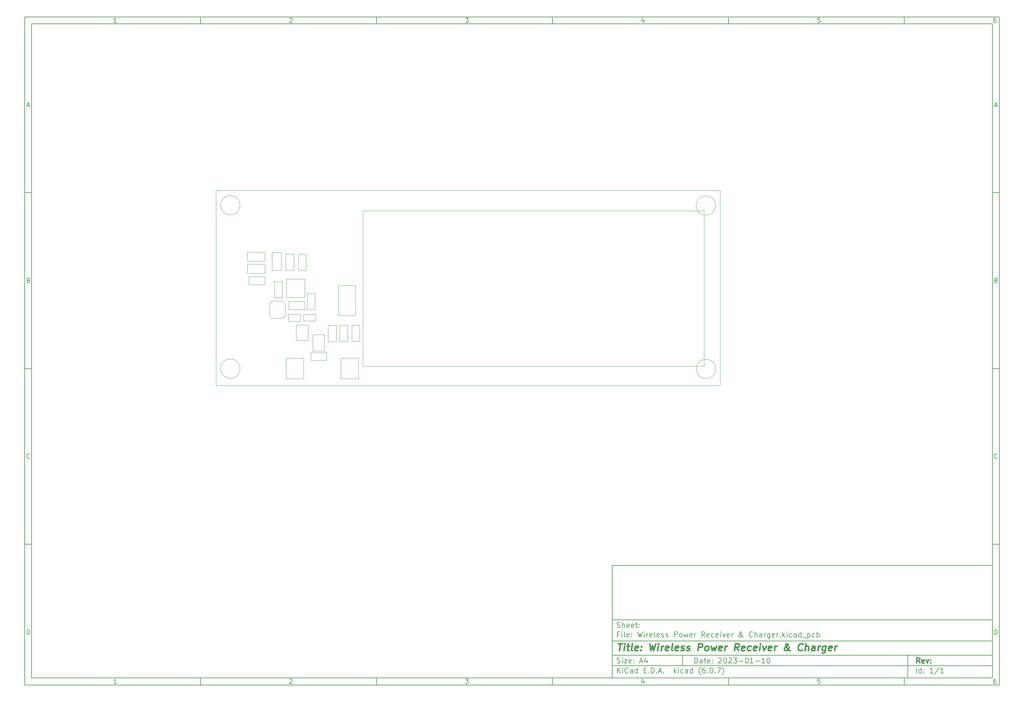
<source format=gbr>
%TF.GenerationSoftware,KiCad,Pcbnew,(6.0.7)*%
%TF.CreationDate,2023-01-12T19:29:26+03:00*%
%TF.ProjectId,Wireless Power Receiver & Charger,57697265-6c65-4737-9320-506f77657220,rev?*%
%TF.SameCoordinates,Original*%
%TF.FileFunction,Other,User*%
%FSLAX46Y46*%
G04 Gerber Fmt 4.6, Leading zero omitted, Abs format (unit mm)*
G04 Created by KiCad (PCBNEW (6.0.7)) date 2023-01-12 19:29:26*
%MOMM*%
%LPD*%
G01*
G04 APERTURE LIST*
%ADD10C,0.100000*%
%ADD11C,0.150000*%
%ADD12C,0.300000*%
%ADD13C,0.400000*%
%TA.AperFunction,Profile*%
%ADD14C,0.100000*%
%TD*%
%ADD15C,0.050000*%
%ADD16C,0.120000*%
G04 APERTURE END LIST*
D10*
D11*
X177002200Y-166007200D02*
X177002200Y-198007200D01*
X285002200Y-198007200D01*
X285002200Y-166007200D01*
X177002200Y-166007200D01*
D10*
D11*
X10000000Y-10000000D02*
X10000000Y-200007200D01*
X287002200Y-200007200D01*
X287002200Y-10000000D01*
X10000000Y-10000000D01*
D10*
D11*
X12000000Y-12000000D02*
X12000000Y-198007200D01*
X285002200Y-198007200D01*
X285002200Y-12000000D01*
X12000000Y-12000000D01*
D10*
D11*
X60000000Y-12000000D02*
X60000000Y-10000000D01*
D10*
D11*
X110000000Y-12000000D02*
X110000000Y-10000000D01*
D10*
D11*
X160000000Y-12000000D02*
X160000000Y-10000000D01*
D10*
D11*
X210000000Y-12000000D02*
X210000000Y-10000000D01*
D10*
D11*
X260000000Y-12000000D02*
X260000000Y-10000000D01*
D10*
D11*
X36065476Y-11588095D02*
X35322619Y-11588095D01*
X35694047Y-11588095D02*
X35694047Y-10288095D01*
X35570238Y-10473809D01*
X35446428Y-10597619D01*
X35322619Y-10659523D01*
D10*
D11*
X85322619Y-10411904D02*
X85384523Y-10350000D01*
X85508333Y-10288095D01*
X85817857Y-10288095D01*
X85941666Y-10350000D01*
X86003571Y-10411904D01*
X86065476Y-10535714D01*
X86065476Y-10659523D01*
X86003571Y-10845238D01*
X85260714Y-11588095D01*
X86065476Y-11588095D01*
D10*
D11*
X135260714Y-10288095D02*
X136065476Y-10288095D01*
X135632142Y-10783333D01*
X135817857Y-10783333D01*
X135941666Y-10845238D01*
X136003571Y-10907142D01*
X136065476Y-11030952D01*
X136065476Y-11340476D01*
X136003571Y-11464285D01*
X135941666Y-11526190D01*
X135817857Y-11588095D01*
X135446428Y-11588095D01*
X135322619Y-11526190D01*
X135260714Y-11464285D01*
D10*
D11*
X185941666Y-10721428D02*
X185941666Y-11588095D01*
X185632142Y-10226190D02*
X185322619Y-11154761D01*
X186127380Y-11154761D01*
D10*
D11*
X236003571Y-10288095D02*
X235384523Y-10288095D01*
X235322619Y-10907142D01*
X235384523Y-10845238D01*
X235508333Y-10783333D01*
X235817857Y-10783333D01*
X235941666Y-10845238D01*
X236003571Y-10907142D01*
X236065476Y-11030952D01*
X236065476Y-11340476D01*
X236003571Y-11464285D01*
X235941666Y-11526190D01*
X235817857Y-11588095D01*
X235508333Y-11588095D01*
X235384523Y-11526190D01*
X235322619Y-11464285D01*
D10*
D11*
X285941666Y-10288095D02*
X285694047Y-10288095D01*
X285570238Y-10350000D01*
X285508333Y-10411904D01*
X285384523Y-10597619D01*
X285322619Y-10845238D01*
X285322619Y-11340476D01*
X285384523Y-11464285D01*
X285446428Y-11526190D01*
X285570238Y-11588095D01*
X285817857Y-11588095D01*
X285941666Y-11526190D01*
X286003571Y-11464285D01*
X286065476Y-11340476D01*
X286065476Y-11030952D01*
X286003571Y-10907142D01*
X285941666Y-10845238D01*
X285817857Y-10783333D01*
X285570238Y-10783333D01*
X285446428Y-10845238D01*
X285384523Y-10907142D01*
X285322619Y-11030952D01*
D10*
D11*
X60000000Y-198007200D02*
X60000000Y-200007200D01*
D10*
D11*
X110000000Y-198007200D02*
X110000000Y-200007200D01*
D10*
D11*
X160000000Y-198007200D02*
X160000000Y-200007200D01*
D10*
D11*
X210000000Y-198007200D02*
X210000000Y-200007200D01*
D10*
D11*
X260000000Y-198007200D02*
X260000000Y-200007200D01*
D10*
D11*
X36065476Y-199595295D02*
X35322619Y-199595295D01*
X35694047Y-199595295D02*
X35694047Y-198295295D01*
X35570238Y-198481009D01*
X35446428Y-198604819D01*
X35322619Y-198666723D01*
D10*
D11*
X85322619Y-198419104D02*
X85384523Y-198357200D01*
X85508333Y-198295295D01*
X85817857Y-198295295D01*
X85941666Y-198357200D01*
X86003571Y-198419104D01*
X86065476Y-198542914D01*
X86065476Y-198666723D01*
X86003571Y-198852438D01*
X85260714Y-199595295D01*
X86065476Y-199595295D01*
D10*
D11*
X135260714Y-198295295D02*
X136065476Y-198295295D01*
X135632142Y-198790533D01*
X135817857Y-198790533D01*
X135941666Y-198852438D01*
X136003571Y-198914342D01*
X136065476Y-199038152D01*
X136065476Y-199347676D01*
X136003571Y-199471485D01*
X135941666Y-199533390D01*
X135817857Y-199595295D01*
X135446428Y-199595295D01*
X135322619Y-199533390D01*
X135260714Y-199471485D01*
D10*
D11*
X185941666Y-198728628D02*
X185941666Y-199595295D01*
X185632142Y-198233390D02*
X185322619Y-199161961D01*
X186127380Y-199161961D01*
D10*
D11*
X236003571Y-198295295D02*
X235384523Y-198295295D01*
X235322619Y-198914342D01*
X235384523Y-198852438D01*
X235508333Y-198790533D01*
X235817857Y-198790533D01*
X235941666Y-198852438D01*
X236003571Y-198914342D01*
X236065476Y-199038152D01*
X236065476Y-199347676D01*
X236003571Y-199471485D01*
X235941666Y-199533390D01*
X235817857Y-199595295D01*
X235508333Y-199595295D01*
X235384523Y-199533390D01*
X235322619Y-199471485D01*
D10*
D11*
X285941666Y-198295295D02*
X285694047Y-198295295D01*
X285570238Y-198357200D01*
X285508333Y-198419104D01*
X285384523Y-198604819D01*
X285322619Y-198852438D01*
X285322619Y-199347676D01*
X285384523Y-199471485D01*
X285446428Y-199533390D01*
X285570238Y-199595295D01*
X285817857Y-199595295D01*
X285941666Y-199533390D01*
X286003571Y-199471485D01*
X286065476Y-199347676D01*
X286065476Y-199038152D01*
X286003571Y-198914342D01*
X285941666Y-198852438D01*
X285817857Y-198790533D01*
X285570238Y-198790533D01*
X285446428Y-198852438D01*
X285384523Y-198914342D01*
X285322619Y-199038152D01*
D10*
D11*
X10000000Y-60000000D02*
X12000000Y-60000000D01*
D10*
D11*
X10000000Y-110000000D02*
X12000000Y-110000000D01*
D10*
D11*
X10000000Y-160000000D02*
X12000000Y-160000000D01*
D10*
D11*
X10690476Y-35216666D02*
X11309523Y-35216666D01*
X10566666Y-35588095D02*
X11000000Y-34288095D01*
X11433333Y-35588095D01*
D10*
D11*
X11092857Y-84907142D02*
X11278571Y-84969047D01*
X11340476Y-85030952D01*
X11402380Y-85154761D01*
X11402380Y-85340476D01*
X11340476Y-85464285D01*
X11278571Y-85526190D01*
X11154761Y-85588095D01*
X10659523Y-85588095D01*
X10659523Y-84288095D01*
X11092857Y-84288095D01*
X11216666Y-84350000D01*
X11278571Y-84411904D01*
X11340476Y-84535714D01*
X11340476Y-84659523D01*
X11278571Y-84783333D01*
X11216666Y-84845238D01*
X11092857Y-84907142D01*
X10659523Y-84907142D01*
D10*
D11*
X11402380Y-135464285D02*
X11340476Y-135526190D01*
X11154761Y-135588095D01*
X11030952Y-135588095D01*
X10845238Y-135526190D01*
X10721428Y-135402380D01*
X10659523Y-135278571D01*
X10597619Y-135030952D01*
X10597619Y-134845238D01*
X10659523Y-134597619D01*
X10721428Y-134473809D01*
X10845238Y-134350000D01*
X11030952Y-134288095D01*
X11154761Y-134288095D01*
X11340476Y-134350000D01*
X11402380Y-134411904D01*
D10*
D11*
X10659523Y-185588095D02*
X10659523Y-184288095D01*
X10969047Y-184288095D01*
X11154761Y-184350000D01*
X11278571Y-184473809D01*
X11340476Y-184597619D01*
X11402380Y-184845238D01*
X11402380Y-185030952D01*
X11340476Y-185278571D01*
X11278571Y-185402380D01*
X11154761Y-185526190D01*
X10969047Y-185588095D01*
X10659523Y-185588095D01*
D10*
D11*
X287002200Y-60000000D02*
X285002200Y-60000000D01*
D10*
D11*
X287002200Y-110000000D02*
X285002200Y-110000000D01*
D10*
D11*
X287002200Y-160000000D02*
X285002200Y-160000000D01*
D10*
D11*
X285692676Y-35216666D02*
X286311723Y-35216666D01*
X285568866Y-35588095D02*
X286002200Y-34288095D01*
X286435533Y-35588095D01*
D10*
D11*
X286095057Y-84907142D02*
X286280771Y-84969047D01*
X286342676Y-85030952D01*
X286404580Y-85154761D01*
X286404580Y-85340476D01*
X286342676Y-85464285D01*
X286280771Y-85526190D01*
X286156961Y-85588095D01*
X285661723Y-85588095D01*
X285661723Y-84288095D01*
X286095057Y-84288095D01*
X286218866Y-84350000D01*
X286280771Y-84411904D01*
X286342676Y-84535714D01*
X286342676Y-84659523D01*
X286280771Y-84783333D01*
X286218866Y-84845238D01*
X286095057Y-84907142D01*
X285661723Y-84907142D01*
D10*
D11*
X286404580Y-135464285D02*
X286342676Y-135526190D01*
X286156961Y-135588095D01*
X286033152Y-135588095D01*
X285847438Y-135526190D01*
X285723628Y-135402380D01*
X285661723Y-135278571D01*
X285599819Y-135030952D01*
X285599819Y-134845238D01*
X285661723Y-134597619D01*
X285723628Y-134473809D01*
X285847438Y-134350000D01*
X286033152Y-134288095D01*
X286156961Y-134288095D01*
X286342676Y-134350000D01*
X286404580Y-134411904D01*
D10*
D11*
X285661723Y-185588095D02*
X285661723Y-184288095D01*
X285971247Y-184288095D01*
X286156961Y-184350000D01*
X286280771Y-184473809D01*
X286342676Y-184597619D01*
X286404580Y-184845238D01*
X286404580Y-185030952D01*
X286342676Y-185278571D01*
X286280771Y-185402380D01*
X286156961Y-185526190D01*
X285971247Y-185588095D01*
X285661723Y-185588095D01*
D10*
D11*
X200434342Y-193785771D02*
X200434342Y-192285771D01*
X200791485Y-192285771D01*
X201005771Y-192357200D01*
X201148628Y-192500057D01*
X201220057Y-192642914D01*
X201291485Y-192928628D01*
X201291485Y-193142914D01*
X201220057Y-193428628D01*
X201148628Y-193571485D01*
X201005771Y-193714342D01*
X200791485Y-193785771D01*
X200434342Y-193785771D01*
X202577200Y-193785771D02*
X202577200Y-193000057D01*
X202505771Y-192857200D01*
X202362914Y-192785771D01*
X202077200Y-192785771D01*
X201934342Y-192857200D01*
X202577200Y-193714342D02*
X202434342Y-193785771D01*
X202077200Y-193785771D01*
X201934342Y-193714342D01*
X201862914Y-193571485D01*
X201862914Y-193428628D01*
X201934342Y-193285771D01*
X202077200Y-193214342D01*
X202434342Y-193214342D01*
X202577200Y-193142914D01*
X203077200Y-192785771D02*
X203648628Y-192785771D01*
X203291485Y-192285771D02*
X203291485Y-193571485D01*
X203362914Y-193714342D01*
X203505771Y-193785771D01*
X203648628Y-193785771D01*
X204720057Y-193714342D02*
X204577200Y-193785771D01*
X204291485Y-193785771D01*
X204148628Y-193714342D01*
X204077200Y-193571485D01*
X204077200Y-193000057D01*
X204148628Y-192857200D01*
X204291485Y-192785771D01*
X204577200Y-192785771D01*
X204720057Y-192857200D01*
X204791485Y-193000057D01*
X204791485Y-193142914D01*
X204077200Y-193285771D01*
X205434342Y-193642914D02*
X205505771Y-193714342D01*
X205434342Y-193785771D01*
X205362914Y-193714342D01*
X205434342Y-193642914D01*
X205434342Y-193785771D01*
X205434342Y-192857200D02*
X205505771Y-192928628D01*
X205434342Y-193000057D01*
X205362914Y-192928628D01*
X205434342Y-192857200D01*
X205434342Y-193000057D01*
X207220057Y-192428628D02*
X207291485Y-192357200D01*
X207434342Y-192285771D01*
X207791485Y-192285771D01*
X207934342Y-192357200D01*
X208005771Y-192428628D01*
X208077200Y-192571485D01*
X208077200Y-192714342D01*
X208005771Y-192928628D01*
X207148628Y-193785771D01*
X208077200Y-193785771D01*
X209005771Y-192285771D02*
X209148628Y-192285771D01*
X209291485Y-192357200D01*
X209362914Y-192428628D01*
X209434342Y-192571485D01*
X209505771Y-192857200D01*
X209505771Y-193214342D01*
X209434342Y-193500057D01*
X209362914Y-193642914D01*
X209291485Y-193714342D01*
X209148628Y-193785771D01*
X209005771Y-193785771D01*
X208862914Y-193714342D01*
X208791485Y-193642914D01*
X208720057Y-193500057D01*
X208648628Y-193214342D01*
X208648628Y-192857200D01*
X208720057Y-192571485D01*
X208791485Y-192428628D01*
X208862914Y-192357200D01*
X209005771Y-192285771D01*
X210077200Y-192428628D02*
X210148628Y-192357200D01*
X210291485Y-192285771D01*
X210648628Y-192285771D01*
X210791485Y-192357200D01*
X210862914Y-192428628D01*
X210934342Y-192571485D01*
X210934342Y-192714342D01*
X210862914Y-192928628D01*
X210005771Y-193785771D01*
X210934342Y-193785771D01*
X211434342Y-192285771D02*
X212362914Y-192285771D01*
X211862914Y-192857200D01*
X212077200Y-192857200D01*
X212220057Y-192928628D01*
X212291485Y-193000057D01*
X212362914Y-193142914D01*
X212362914Y-193500057D01*
X212291485Y-193642914D01*
X212220057Y-193714342D01*
X212077200Y-193785771D01*
X211648628Y-193785771D01*
X211505771Y-193714342D01*
X211434342Y-193642914D01*
X213005771Y-193214342D02*
X214148628Y-193214342D01*
X215148628Y-192285771D02*
X215291485Y-192285771D01*
X215434342Y-192357200D01*
X215505771Y-192428628D01*
X215577200Y-192571485D01*
X215648628Y-192857200D01*
X215648628Y-193214342D01*
X215577200Y-193500057D01*
X215505771Y-193642914D01*
X215434342Y-193714342D01*
X215291485Y-193785771D01*
X215148628Y-193785771D01*
X215005771Y-193714342D01*
X214934342Y-193642914D01*
X214862914Y-193500057D01*
X214791485Y-193214342D01*
X214791485Y-192857200D01*
X214862914Y-192571485D01*
X214934342Y-192428628D01*
X215005771Y-192357200D01*
X215148628Y-192285771D01*
X217077200Y-193785771D02*
X216220057Y-193785771D01*
X216648628Y-193785771D02*
X216648628Y-192285771D01*
X216505771Y-192500057D01*
X216362914Y-192642914D01*
X216220057Y-192714342D01*
X217720057Y-193214342D02*
X218862914Y-193214342D01*
X220362914Y-193785771D02*
X219505771Y-193785771D01*
X219934342Y-193785771D02*
X219934342Y-192285771D01*
X219791485Y-192500057D01*
X219648628Y-192642914D01*
X219505771Y-192714342D01*
X221291485Y-192285771D02*
X221434342Y-192285771D01*
X221577200Y-192357200D01*
X221648628Y-192428628D01*
X221720057Y-192571485D01*
X221791485Y-192857200D01*
X221791485Y-193214342D01*
X221720057Y-193500057D01*
X221648628Y-193642914D01*
X221577200Y-193714342D01*
X221434342Y-193785771D01*
X221291485Y-193785771D01*
X221148628Y-193714342D01*
X221077200Y-193642914D01*
X221005771Y-193500057D01*
X220934342Y-193214342D01*
X220934342Y-192857200D01*
X221005771Y-192571485D01*
X221077200Y-192428628D01*
X221148628Y-192357200D01*
X221291485Y-192285771D01*
D10*
D11*
X177002200Y-194507200D02*
X285002200Y-194507200D01*
D10*
D11*
X178434342Y-196585771D02*
X178434342Y-195085771D01*
X179291485Y-196585771D02*
X178648628Y-195728628D01*
X179291485Y-195085771D02*
X178434342Y-195942914D01*
X179934342Y-196585771D02*
X179934342Y-195585771D01*
X179934342Y-195085771D02*
X179862914Y-195157200D01*
X179934342Y-195228628D01*
X180005771Y-195157200D01*
X179934342Y-195085771D01*
X179934342Y-195228628D01*
X181505771Y-196442914D02*
X181434342Y-196514342D01*
X181220057Y-196585771D01*
X181077200Y-196585771D01*
X180862914Y-196514342D01*
X180720057Y-196371485D01*
X180648628Y-196228628D01*
X180577200Y-195942914D01*
X180577200Y-195728628D01*
X180648628Y-195442914D01*
X180720057Y-195300057D01*
X180862914Y-195157200D01*
X181077200Y-195085771D01*
X181220057Y-195085771D01*
X181434342Y-195157200D01*
X181505771Y-195228628D01*
X182791485Y-196585771D02*
X182791485Y-195800057D01*
X182720057Y-195657200D01*
X182577200Y-195585771D01*
X182291485Y-195585771D01*
X182148628Y-195657200D01*
X182791485Y-196514342D02*
X182648628Y-196585771D01*
X182291485Y-196585771D01*
X182148628Y-196514342D01*
X182077200Y-196371485D01*
X182077200Y-196228628D01*
X182148628Y-196085771D01*
X182291485Y-196014342D01*
X182648628Y-196014342D01*
X182791485Y-195942914D01*
X184148628Y-196585771D02*
X184148628Y-195085771D01*
X184148628Y-196514342D02*
X184005771Y-196585771D01*
X183720057Y-196585771D01*
X183577200Y-196514342D01*
X183505771Y-196442914D01*
X183434342Y-196300057D01*
X183434342Y-195871485D01*
X183505771Y-195728628D01*
X183577200Y-195657200D01*
X183720057Y-195585771D01*
X184005771Y-195585771D01*
X184148628Y-195657200D01*
X186005771Y-195800057D02*
X186505771Y-195800057D01*
X186720057Y-196585771D02*
X186005771Y-196585771D01*
X186005771Y-195085771D01*
X186720057Y-195085771D01*
X187362914Y-196442914D02*
X187434342Y-196514342D01*
X187362914Y-196585771D01*
X187291485Y-196514342D01*
X187362914Y-196442914D01*
X187362914Y-196585771D01*
X188077200Y-196585771D02*
X188077200Y-195085771D01*
X188434342Y-195085771D01*
X188648628Y-195157200D01*
X188791485Y-195300057D01*
X188862914Y-195442914D01*
X188934342Y-195728628D01*
X188934342Y-195942914D01*
X188862914Y-196228628D01*
X188791485Y-196371485D01*
X188648628Y-196514342D01*
X188434342Y-196585771D01*
X188077200Y-196585771D01*
X189577200Y-196442914D02*
X189648628Y-196514342D01*
X189577200Y-196585771D01*
X189505771Y-196514342D01*
X189577200Y-196442914D01*
X189577200Y-196585771D01*
X190220057Y-196157200D02*
X190934342Y-196157200D01*
X190077200Y-196585771D02*
X190577200Y-195085771D01*
X191077200Y-196585771D01*
X191577200Y-196442914D02*
X191648628Y-196514342D01*
X191577200Y-196585771D01*
X191505771Y-196514342D01*
X191577200Y-196442914D01*
X191577200Y-196585771D01*
X194577200Y-196585771D02*
X194577200Y-195085771D01*
X194720057Y-196014342D02*
X195148628Y-196585771D01*
X195148628Y-195585771D02*
X194577200Y-196157200D01*
X195791485Y-196585771D02*
X195791485Y-195585771D01*
X195791485Y-195085771D02*
X195720057Y-195157200D01*
X195791485Y-195228628D01*
X195862914Y-195157200D01*
X195791485Y-195085771D01*
X195791485Y-195228628D01*
X197148628Y-196514342D02*
X197005771Y-196585771D01*
X196720057Y-196585771D01*
X196577200Y-196514342D01*
X196505771Y-196442914D01*
X196434342Y-196300057D01*
X196434342Y-195871485D01*
X196505771Y-195728628D01*
X196577200Y-195657200D01*
X196720057Y-195585771D01*
X197005771Y-195585771D01*
X197148628Y-195657200D01*
X198434342Y-196585771D02*
X198434342Y-195800057D01*
X198362914Y-195657200D01*
X198220057Y-195585771D01*
X197934342Y-195585771D01*
X197791485Y-195657200D01*
X198434342Y-196514342D02*
X198291485Y-196585771D01*
X197934342Y-196585771D01*
X197791485Y-196514342D01*
X197720057Y-196371485D01*
X197720057Y-196228628D01*
X197791485Y-196085771D01*
X197934342Y-196014342D01*
X198291485Y-196014342D01*
X198434342Y-195942914D01*
X199791485Y-196585771D02*
X199791485Y-195085771D01*
X199791485Y-196514342D02*
X199648628Y-196585771D01*
X199362914Y-196585771D01*
X199220057Y-196514342D01*
X199148628Y-196442914D01*
X199077200Y-196300057D01*
X199077200Y-195871485D01*
X199148628Y-195728628D01*
X199220057Y-195657200D01*
X199362914Y-195585771D01*
X199648628Y-195585771D01*
X199791485Y-195657200D01*
X202077200Y-197157200D02*
X202005771Y-197085771D01*
X201862914Y-196871485D01*
X201791485Y-196728628D01*
X201720057Y-196514342D01*
X201648628Y-196157200D01*
X201648628Y-195871485D01*
X201720057Y-195514342D01*
X201791485Y-195300057D01*
X201862914Y-195157200D01*
X202005771Y-194942914D01*
X202077200Y-194871485D01*
X203291485Y-195085771D02*
X203005771Y-195085771D01*
X202862914Y-195157200D01*
X202791485Y-195228628D01*
X202648628Y-195442914D01*
X202577200Y-195728628D01*
X202577200Y-196300057D01*
X202648628Y-196442914D01*
X202720057Y-196514342D01*
X202862914Y-196585771D01*
X203148628Y-196585771D01*
X203291485Y-196514342D01*
X203362914Y-196442914D01*
X203434342Y-196300057D01*
X203434342Y-195942914D01*
X203362914Y-195800057D01*
X203291485Y-195728628D01*
X203148628Y-195657200D01*
X202862914Y-195657200D01*
X202720057Y-195728628D01*
X202648628Y-195800057D01*
X202577200Y-195942914D01*
X204077200Y-196442914D02*
X204148628Y-196514342D01*
X204077200Y-196585771D01*
X204005771Y-196514342D01*
X204077200Y-196442914D01*
X204077200Y-196585771D01*
X205077200Y-195085771D02*
X205220057Y-195085771D01*
X205362914Y-195157200D01*
X205434342Y-195228628D01*
X205505771Y-195371485D01*
X205577200Y-195657200D01*
X205577200Y-196014342D01*
X205505771Y-196300057D01*
X205434342Y-196442914D01*
X205362914Y-196514342D01*
X205220057Y-196585771D01*
X205077200Y-196585771D01*
X204934342Y-196514342D01*
X204862914Y-196442914D01*
X204791485Y-196300057D01*
X204720057Y-196014342D01*
X204720057Y-195657200D01*
X204791485Y-195371485D01*
X204862914Y-195228628D01*
X204934342Y-195157200D01*
X205077200Y-195085771D01*
X206220057Y-196442914D02*
X206291485Y-196514342D01*
X206220057Y-196585771D01*
X206148628Y-196514342D01*
X206220057Y-196442914D01*
X206220057Y-196585771D01*
X206791485Y-195085771D02*
X207791485Y-195085771D01*
X207148628Y-196585771D01*
X208220057Y-197157200D02*
X208291485Y-197085771D01*
X208434342Y-196871485D01*
X208505771Y-196728628D01*
X208577200Y-196514342D01*
X208648628Y-196157200D01*
X208648628Y-195871485D01*
X208577200Y-195514342D01*
X208505771Y-195300057D01*
X208434342Y-195157200D01*
X208291485Y-194942914D01*
X208220057Y-194871485D01*
D10*
D11*
X177002200Y-191507200D02*
X285002200Y-191507200D01*
D10*
D12*
X264411485Y-193785771D02*
X263911485Y-193071485D01*
X263554342Y-193785771D02*
X263554342Y-192285771D01*
X264125771Y-192285771D01*
X264268628Y-192357200D01*
X264340057Y-192428628D01*
X264411485Y-192571485D01*
X264411485Y-192785771D01*
X264340057Y-192928628D01*
X264268628Y-193000057D01*
X264125771Y-193071485D01*
X263554342Y-193071485D01*
X265625771Y-193714342D02*
X265482914Y-193785771D01*
X265197200Y-193785771D01*
X265054342Y-193714342D01*
X264982914Y-193571485D01*
X264982914Y-193000057D01*
X265054342Y-192857200D01*
X265197200Y-192785771D01*
X265482914Y-192785771D01*
X265625771Y-192857200D01*
X265697200Y-193000057D01*
X265697200Y-193142914D01*
X264982914Y-193285771D01*
X266197200Y-192785771D02*
X266554342Y-193785771D01*
X266911485Y-192785771D01*
X267482914Y-193642914D02*
X267554342Y-193714342D01*
X267482914Y-193785771D01*
X267411485Y-193714342D01*
X267482914Y-193642914D01*
X267482914Y-193785771D01*
X267482914Y-192857200D02*
X267554342Y-192928628D01*
X267482914Y-193000057D01*
X267411485Y-192928628D01*
X267482914Y-192857200D01*
X267482914Y-193000057D01*
D10*
D11*
X178362914Y-193714342D02*
X178577200Y-193785771D01*
X178934342Y-193785771D01*
X179077200Y-193714342D01*
X179148628Y-193642914D01*
X179220057Y-193500057D01*
X179220057Y-193357200D01*
X179148628Y-193214342D01*
X179077200Y-193142914D01*
X178934342Y-193071485D01*
X178648628Y-193000057D01*
X178505771Y-192928628D01*
X178434342Y-192857200D01*
X178362914Y-192714342D01*
X178362914Y-192571485D01*
X178434342Y-192428628D01*
X178505771Y-192357200D01*
X178648628Y-192285771D01*
X179005771Y-192285771D01*
X179220057Y-192357200D01*
X179862914Y-193785771D02*
X179862914Y-192785771D01*
X179862914Y-192285771D02*
X179791485Y-192357200D01*
X179862914Y-192428628D01*
X179934342Y-192357200D01*
X179862914Y-192285771D01*
X179862914Y-192428628D01*
X180434342Y-192785771D02*
X181220057Y-192785771D01*
X180434342Y-193785771D01*
X181220057Y-193785771D01*
X182362914Y-193714342D02*
X182220057Y-193785771D01*
X181934342Y-193785771D01*
X181791485Y-193714342D01*
X181720057Y-193571485D01*
X181720057Y-193000057D01*
X181791485Y-192857200D01*
X181934342Y-192785771D01*
X182220057Y-192785771D01*
X182362914Y-192857200D01*
X182434342Y-193000057D01*
X182434342Y-193142914D01*
X181720057Y-193285771D01*
X183077200Y-193642914D02*
X183148628Y-193714342D01*
X183077200Y-193785771D01*
X183005771Y-193714342D01*
X183077200Y-193642914D01*
X183077200Y-193785771D01*
X183077200Y-192857200D02*
X183148628Y-192928628D01*
X183077200Y-193000057D01*
X183005771Y-192928628D01*
X183077200Y-192857200D01*
X183077200Y-193000057D01*
X184862914Y-193357200D02*
X185577200Y-193357200D01*
X184720057Y-193785771D02*
X185220057Y-192285771D01*
X185720057Y-193785771D01*
X186862914Y-192785771D02*
X186862914Y-193785771D01*
X186505771Y-192214342D02*
X186148628Y-193285771D01*
X187077200Y-193285771D01*
D10*
D11*
X263434342Y-196585771D02*
X263434342Y-195085771D01*
X264791485Y-196585771D02*
X264791485Y-195085771D01*
X264791485Y-196514342D02*
X264648628Y-196585771D01*
X264362914Y-196585771D01*
X264220057Y-196514342D01*
X264148628Y-196442914D01*
X264077200Y-196300057D01*
X264077200Y-195871485D01*
X264148628Y-195728628D01*
X264220057Y-195657200D01*
X264362914Y-195585771D01*
X264648628Y-195585771D01*
X264791485Y-195657200D01*
X265505771Y-196442914D02*
X265577200Y-196514342D01*
X265505771Y-196585771D01*
X265434342Y-196514342D01*
X265505771Y-196442914D01*
X265505771Y-196585771D01*
X265505771Y-195657200D02*
X265577200Y-195728628D01*
X265505771Y-195800057D01*
X265434342Y-195728628D01*
X265505771Y-195657200D01*
X265505771Y-195800057D01*
X268148628Y-196585771D02*
X267291485Y-196585771D01*
X267720057Y-196585771D02*
X267720057Y-195085771D01*
X267577200Y-195300057D01*
X267434342Y-195442914D01*
X267291485Y-195514342D01*
X269862914Y-195014342D02*
X268577200Y-196942914D01*
X271148628Y-196585771D02*
X270291485Y-196585771D01*
X270720057Y-196585771D02*
X270720057Y-195085771D01*
X270577200Y-195300057D01*
X270434342Y-195442914D01*
X270291485Y-195514342D01*
D10*
D11*
X177002200Y-187507200D02*
X285002200Y-187507200D01*
D10*
D13*
X178714580Y-188211961D02*
X179857438Y-188211961D01*
X179036009Y-190211961D02*
X179286009Y-188211961D01*
X180274104Y-190211961D02*
X180440771Y-188878628D01*
X180524104Y-188211961D02*
X180416961Y-188307200D01*
X180500295Y-188402438D01*
X180607438Y-188307200D01*
X180524104Y-188211961D01*
X180500295Y-188402438D01*
X181107438Y-188878628D02*
X181869342Y-188878628D01*
X181476485Y-188211961D02*
X181262200Y-189926247D01*
X181333628Y-190116723D01*
X181512200Y-190211961D01*
X181702676Y-190211961D01*
X182655057Y-190211961D02*
X182476485Y-190116723D01*
X182405057Y-189926247D01*
X182619342Y-188211961D01*
X184190771Y-190116723D02*
X183988390Y-190211961D01*
X183607438Y-190211961D01*
X183428866Y-190116723D01*
X183357438Y-189926247D01*
X183452676Y-189164342D01*
X183571723Y-188973866D01*
X183774104Y-188878628D01*
X184155057Y-188878628D01*
X184333628Y-188973866D01*
X184405057Y-189164342D01*
X184381247Y-189354819D01*
X183405057Y-189545295D01*
X185155057Y-190021485D02*
X185238390Y-190116723D01*
X185131247Y-190211961D01*
X185047914Y-190116723D01*
X185155057Y-190021485D01*
X185131247Y-190211961D01*
X185286009Y-188973866D02*
X185369342Y-189069104D01*
X185262200Y-189164342D01*
X185178866Y-189069104D01*
X185286009Y-188973866D01*
X185262200Y-189164342D01*
X187666961Y-188211961D02*
X187893152Y-190211961D01*
X188452676Y-188783390D01*
X188655057Y-190211961D01*
X189381247Y-188211961D01*
X189893152Y-190211961D02*
X190059819Y-188878628D01*
X190143152Y-188211961D02*
X190036009Y-188307200D01*
X190119342Y-188402438D01*
X190226485Y-188307200D01*
X190143152Y-188211961D01*
X190119342Y-188402438D01*
X190845533Y-190211961D02*
X191012200Y-188878628D01*
X190964580Y-189259580D02*
X191083628Y-189069104D01*
X191190771Y-188973866D01*
X191393152Y-188878628D01*
X191583628Y-188878628D01*
X192857438Y-190116723D02*
X192655057Y-190211961D01*
X192274104Y-190211961D01*
X192095533Y-190116723D01*
X192024104Y-189926247D01*
X192119342Y-189164342D01*
X192238390Y-188973866D01*
X192440771Y-188878628D01*
X192821723Y-188878628D01*
X193000295Y-188973866D01*
X193071723Y-189164342D01*
X193047914Y-189354819D01*
X192071723Y-189545295D01*
X194083628Y-190211961D02*
X193905057Y-190116723D01*
X193833628Y-189926247D01*
X194047914Y-188211961D01*
X195619342Y-190116723D02*
X195416961Y-190211961D01*
X195036009Y-190211961D01*
X194857438Y-190116723D01*
X194786009Y-189926247D01*
X194881247Y-189164342D01*
X195000295Y-188973866D01*
X195202676Y-188878628D01*
X195583628Y-188878628D01*
X195762200Y-188973866D01*
X195833628Y-189164342D01*
X195809819Y-189354819D01*
X194833628Y-189545295D01*
X196476485Y-190116723D02*
X196655057Y-190211961D01*
X197036009Y-190211961D01*
X197238390Y-190116723D01*
X197357438Y-189926247D01*
X197369342Y-189831009D01*
X197297914Y-189640533D01*
X197119342Y-189545295D01*
X196833628Y-189545295D01*
X196655057Y-189450057D01*
X196583628Y-189259580D01*
X196595533Y-189164342D01*
X196714580Y-188973866D01*
X196916961Y-188878628D01*
X197202676Y-188878628D01*
X197381247Y-188973866D01*
X198095533Y-190116723D02*
X198274104Y-190211961D01*
X198655057Y-190211961D01*
X198857438Y-190116723D01*
X198976485Y-189926247D01*
X198988390Y-189831009D01*
X198916961Y-189640533D01*
X198738390Y-189545295D01*
X198452676Y-189545295D01*
X198274104Y-189450057D01*
X198202676Y-189259580D01*
X198214580Y-189164342D01*
X198333628Y-188973866D01*
X198536009Y-188878628D01*
X198821723Y-188878628D01*
X199000295Y-188973866D01*
X201321723Y-190211961D02*
X201571723Y-188211961D01*
X202333628Y-188211961D01*
X202512200Y-188307200D01*
X202595533Y-188402438D01*
X202666961Y-188592914D01*
X202631247Y-188878628D01*
X202512200Y-189069104D01*
X202405057Y-189164342D01*
X202202676Y-189259580D01*
X201440771Y-189259580D01*
X203607438Y-190211961D02*
X203428866Y-190116723D01*
X203345533Y-190021485D01*
X203274104Y-189831009D01*
X203345533Y-189259580D01*
X203464580Y-189069104D01*
X203571723Y-188973866D01*
X203774104Y-188878628D01*
X204059819Y-188878628D01*
X204238390Y-188973866D01*
X204321723Y-189069104D01*
X204393152Y-189259580D01*
X204321723Y-189831009D01*
X204202676Y-190021485D01*
X204095533Y-190116723D01*
X203893152Y-190211961D01*
X203607438Y-190211961D01*
X205107438Y-188878628D02*
X205321723Y-190211961D01*
X205821723Y-189259580D01*
X206083628Y-190211961D01*
X206631247Y-188878628D01*
X208000295Y-190116723D02*
X207797914Y-190211961D01*
X207416961Y-190211961D01*
X207238390Y-190116723D01*
X207166961Y-189926247D01*
X207262200Y-189164342D01*
X207381247Y-188973866D01*
X207583628Y-188878628D01*
X207964580Y-188878628D01*
X208143152Y-188973866D01*
X208214580Y-189164342D01*
X208190771Y-189354819D01*
X207214580Y-189545295D01*
X208940771Y-190211961D02*
X209107438Y-188878628D01*
X209059819Y-189259580D02*
X209178866Y-189069104D01*
X209286009Y-188973866D01*
X209488390Y-188878628D01*
X209678866Y-188878628D01*
X212845533Y-190211961D02*
X212297914Y-189259580D01*
X211702676Y-190211961D02*
X211952676Y-188211961D01*
X212714580Y-188211961D01*
X212893152Y-188307200D01*
X212976485Y-188402438D01*
X213047914Y-188592914D01*
X213012200Y-188878628D01*
X212893152Y-189069104D01*
X212786009Y-189164342D01*
X212583628Y-189259580D01*
X211821723Y-189259580D01*
X214476485Y-190116723D02*
X214274104Y-190211961D01*
X213893152Y-190211961D01*
X213714580Y-190116723D01*
X213643152Y-189926247D01*
X213738390Y-189164342D01*
X213857438Y-188973866D01*
X214059819Y-188878628D01*
X214440771Y-188878628D01*
X214619342Y-188973866D01*
X214690771Y-189164342D01*
X214666961Y-189354819D01*
X213690771Y-189545295D01*
X216286009Y-190116723D02*
X216083628Y-190211961D01*
X215702676Y-190211961D01*
X215524104Y-190116723D01*
X215440771Y-190021485D01*
X215369342Y-189831009D01*
X215440771Y-189259580D01*
X215559819Y-189069104D01*
X215666961Y-188973866D01*
X215869342Y-188878628D01*
X216250295Y-188878628D01*
X216428866Y-188973866D01*
X217905057Y-190116723D02*
X217702676Y-190211961D01*
X217321723Y-190211961D01*
X217143152Y-190116723D01*
X217071723Y-189926247D01*
X217166961Y-189164342D01*
X217286009Y-188973866D01*
X217488390Y-188878628D01*
X217869342Y-188878628D01*
X218047914Y-188973866D01*
X218119342Y-189164342D01*
X218095533Y-189354819D01*
X217119342Y-189545295D01*
X218845533Y-190211961D02*
X219012200Y-188878628D01*
X219095533Y-188211961D02*
X218988390Y-188307200D01*
X219071723Y-188402438D01*
X219178866Y-188307200D01*
X219095533Y-188211961D01*
X219071723Y-188402438D01*
X219774104Y-188878628D02*
X220083628Y-190211961D01*
X220726485Y-188878628D01*
X222095533Y-190116723D02*
X221893152Y-190211961D01*
X221512200Y-190211961D01*
X221333628Y-190116723D01*
X221262200Y-189926247D01*
X221357438Y-189164342D01*
X221476485Y-188973866D01*
X221678866Y-188878628D01*
X222059819Y-188878628D01*
X222238390Y-188973866D01*
X222309819Y-189164342D01*
X222286009Y-189354819D01*
X221309819Y-189545295D01*
X223036009Y-190211961D02*
X223202676Y-188878628D01*
X223155057Y-189259580D02*
X223274104Y-189069104D01*
X223381247Y-188973866D01*
X223583628Y-188878628D01*
X223774104Y-188878628D01*
X227416961Y-190211961D02*
X227321723Y-190211961D01*
X227143152Y-190116723D01*
X226893152Y-189831009D01*
X226488390Y-189259580D01*
X226333628Y-188973866D01*
X226274104Y-188688152D01*
X226297914Y-188497676D01*
X226416961Y-188307200D01*
X226619342Y-188211961D01*
X226714580Y-188211961D01*
X226893152Y-188307200D01*
X226964580Y-188497676D01*
X226952676Y-188592914D01*
X226833628Y-188783390D01*
X226726485Y-188878628D01*
X226107438Y-189259580D01*
X226000295Y-189354819D01*
X225881247Y-189545295D01*
X225845533Y-189831009D01*
X225916961Y-190021485D01*
X226000295Y-190116723D01*
X226178866Y-190211961D01*
X226464580Y-190211961D01*
X226666961Y-190116723D01*
X226774104Y-190021485D01*
X227107438Y-189640533D01*
X227238390Y-189354819D01*
X227262200Y-189164342D01*
X230964580Y-190021485D02*
X230857438Y-190116723D01*
X230559819Y-190211961D01*
X230369342Y-190211961D01*
X230095533Y-190116723D01*
X229928866Y-189926247D01*
X229857438Y-189735771D01*
X229809819Y-189354819D01*
X229845533Y-189069104D01*
X229988390Y-188688152D01*
X230107438Y-188497676D01*
X230321723Y-188307200D01*
X230619342Y-188211961D01*
X230809819Y-188211961D01*
X231083628Y-188307200D01*
X231166961Y-188402438D01*
X231797914Y-190211961D02*
X232047914Y-188211961D01*
X232655057Y-190211961D02*
X232786009Y-189164342D01*
X232714580Y-188973866D01*
X232536009Y-188878628D01*
X232250295Y-188878628D01*
X232047914Y-188973866D01*
X231940771Y-189069104D01*
X234464580Y-190211961D02*
X234595533Y-189164342D01*
X234524104Y-188973866D01*
X234345533Y-188878628D01*
X233964580Y-188878628D01*
X233762200Y-188973866D01*
X234476485Y-190116723D02*
X234274104Y-190211961D01*
X233797914Y-190211961D01*
X233619342Y-190116723D01*
X233547914Y-189926247D01*
X233571723Y-189735771D01*
X233690771Y-189545295D01*
X233893152Y-189450057D01*
X234369342Y-189450057D01*
X234571723Y-189354819D01*
X235416961Y-190211961D02*
X235583628Y-188878628D01*
X235536009Y-189259580D02*
X235655057Y-189069104D01*
X235762200Y-188973866D01*
X235964580Y-188878628D01*
X236155057Y-188878628D01*
X237678866Y-188878628D02*
X237476485Y-190497676D01*
X237357438Y-190688152D01*
X237250295Y-190783390D01*
X237047914Y-190878628D01*
X236762200Y-190878628D01*
X236583628Y-190783390D01*
X237524104Y-190116723D02*
X237321723Y-190211961D01*
X236940771Y-190211961D01*
X236762200Y-190116723D01*
X236678866Y-190021485D01*
X236607438Y-189831009D01*
X236678866Y-189259580D01*
X236797914Y-189069104D01*
X236905057Y-188973866D01*
X237107438Y-188878628D01*
X237488390Y-188878628D01*
X237666961Y-188973866D01*
X239238390Y-190116723D02*
X239036009Y-190211961D01*
X238655057Y-190211961D01*
X238476485Y-190116723D01*
X238405057Y-189926247D01*
X238500295Y-189164342D01*
X238619342Y-188973866D01*
X238821723Y-188878628D01*
X239202676Y-188878628D01*
X239381247Y-188973866D01*
X239452676Y-189164342D01*
X239428866Y-189354819D01*
X238452676Y-189545295D01*
X240178866Y-190211961D02*
X240345533Y-188878628D01*
X240297914Y-189259580D02*
X240416961Y-189069104D01*
X240524104Y-188973866D01*
X240726485Y-188878628D01*
X240916961Y-188878628D01*
D10*
D11*
X178934342Y-185600057D02*
X178434342Y-185600057D01*
X178434342Y-186385771D02*
X178434342Y-184885771D01*
X179148628Y-184885771D01*
X179720057Y-186385771D02*
X179720057Y-185385771D01*
X179720057Y-184885771D02*
X179648628Y-184957200D01*
X179720057Y-185028628D01*
X179791485Y-184957200D01*
X179720057Y-184885771D01*
X179720057Y-185028628D01*
X180648628Y-186385771D02*
X180505771Y-186314342D01*
X180434342Y-186171485D01*
X180434342Y-184885771D01*
X181791485Y-186314342D02*
X181648628Y-186385771D01*
X181362914Y-186385771D01*
X181220057Y-186314342D01*
X181148628Y-186171485D01*
X181148628Y-185600057D01*
X181220057Y-185457200D01*
X181362914Y-185385771D01*
X181648628Y-185385771D01*
X181791485Y-185457200D01*
X181862914Y-185600057D01*
X181862914Y-185742914D01*
X181148628Y-185885771D01*
X182505771Y-186242914D02*
X182577200Y-186314342D01*
X182505771Y-186385771D01*
X182434342Y-186314342D01*
X182505771Y-186242914D01*
X182505771Y-186385771D01*
X182505771Y-185457200D02*
X182577200Y-185528628D01*
X182505771Y-185600057D01*
X182434342Y-185528628D01*
X182505771Y-185457200D01*
X182505771Y-185600057D01*
X184220057Y-184885771D02*
X184577200Y-186385771D01*
X184862914Y-185314342D01*
X185148628Y-186385771D01*
X185505771Y-184885771D01*
X186077200Y-186385771D02*
X186077200Y-185385771D01*
X186077200Y-184885771D02*
X186005771Y-184957200D01*
X186077200Y-185028628D01*
X186148628Y-184957200D01*
X186077200Y-184885771D01*
X186077200Y-185028628D01*
X186791485Y-186385771D02*
X186791485Y-185385771D01*
X186791485Y-185671485D02*
X186862914Y-185528628D01*
X186934342Y-185457200D01*
X187077200Y-185385771D01*
X187220057Y-185385771D01*
X188291485Y-186314342D02*
X188148628Y-186385771D01*
X187862914Y-186385771D01*
X187720057Y-186314342D01*
X187648628Y-186171485D01*
X187648628Y-185600057D01*
X187720057Y-185457200D01*
X187862914Y-185385771D01*
X188148628Y-185385771D01*
X188291485Y-185457200D01*
X188362914Y-185600057D01*
X188362914Y-185742914D01*
X187648628Y-185885771D01*
X189220057Y-186385771D02*
X189077200Y-186314342D01*
X189005771Y-186171485D01*
X189005771Y-184885771D01*
X190362914Y-186314342D02*
X190220057Y-186385771D01*
X189934342Y-186385771D01*
X189791485Y-186314342D01*
X189720057Y-186171485D01*
X189720057Y-185600057D01*
X189791485Y-185457200D01*
X189934342Y-185385771D01*
X190220057Y-185385771D01*
X190362914Y-185457200D01*
X190434342Y-185600057D01*
X190434342Y-185742914D01*
X189720057Y-185885771D01*
X191005771Y-186314342D02*
X191148628Y-186385771D01*
X191434342Y-186385771D01*
X191577200Y-186314342D01*
X191648628Y-186171485D01*
X191648628Y-186100057D01*
X191577200Y-185957200D01*
X191434342Y-185885771D01*
X191220057Y-185885771D01*
X191077200Y-185814342D01*
X191005771Y-185671485D01*
X191005771Y-185600057D01*
X191077200Y-185457200D01*
X191220057Y-185385771D01*
X191434342Y-185385771D01*
X191577200Y-185457200D01*
X192220057Y-186314342D02*
X192362914Y-186385771D01*
X192648628Y-186385771D01*
X192791485Y-186314342D01*
X192862914Y-186171485D01*
X192862914Y-186100057D01*
X192791485Y-185957200D01*
X192648628Y-185885771D01*
X192434342Y-185885771D01*
X192291485Y-185814342D01*
X192220057Y-185671485D01*
X192220057Y-185600057D01*
X192291485Y-185457200D01*
X192434342Y-185385771D01*
X192648628Y-185385771D01*
X192791485Y-185457200D01*
X194648628Y-186385771D02*
X194648628Y-184885771D01*
X195220057Y-184885771D01*
X195362914Y-184957200D01*
X195434342Y-185028628D01*
X195505771Y-185171485D01*
X195505771Y-185385771D01*
X195434342Y-185528628D01*
X195362914Y-185600057D01*
X195220057Y-185671485D01*
X194648628Y-185671485D01*
X196362914Y-186385771D02*
X196220057Y-186314342D01*
X196148628Y-186242914D01*
X196077200Y-186100057D01*
X196077200Y-185671485D01*
X196148628Y-185528628D01*
X196220057Y-185457200D01*
X196362914Y-185385771D01*
X196577200Y-185385771D01*
X196720057Y-185457200D01*
X196791485Y-185528628D01*
X196862914Y-185671485D01*
X196862914Y-186100057D01*
X196791485Y-186242914D01*
X196720057Y-186314342D01*
X196577200Y-186385771D01*
X196362914Y-186385771D01*
X197362914Y-185385771D02*
X197648628Y-186385771D01*
X197934342Y-185671485D01*
X198220057Y-186385771D01*
X198505771Y-185385771D01*
X199648628Y-186314342D02*
X199505771Y-186385771D01*
X199220057Y-186385771D01*
X199077200Y-186314342D01*
X199005771Y-186171485D01*
X199005771Y-185600057D01*
X199077200Y-185457200D01*
X199220057Y-185385771D01*
X199505771Y-185385771D01*
X199648628Y-185457200D01*
X199720057Y-185600057D01*
X199720057Y-185742914D01*
X199005771Y-185885771D01*
X200362914Y-186385771D02*
X200362914Y-185385771D01*
X200362914Y-185671485D02*
X200434342Y-185528628D01*
X200505771Y-185457200D01*
X200648628Y-185385771D01*
X200791485Y-185385771D01*
X203291485Y-186385771D02*
X202791485Y-185671485D01*
X202434342Y-186385771D02*
X202434342Y-184885771D01*
X203005771Y-184885771D01*
X203148628Y-184957200D01*
X203220057Y-185028628D01*
X203291485Y-185171485D01*
X203291485Y-185385771D01*
X203220057Y-185528628D01*
X203148628Y-185600057D01*
X203005771Y-185671485D01*
X202434342Y-185671485D01*
X204505771Y-186314342D02*
X204362914Y-186385771D01*
X204077200Y-186385771D01*
X203934342Y-186314342D01*
X203862914Y-186171485D01*
X203862914Y-185600057D01*
X203934342Y-185457200D01*
X204077200Y-185385771D01*
X204362914Y-185385771D01*
X204505771Y-185457200D01*
X204577200Y-185600057D01*
X204577200Y-185742914D01*
X203862914Y-185885771D01*
X205862914Y-186314342D02*
X205720057Y-186385771D01*
X205434342Y-186385771D01*
X205291485Y-186314342D01*
X205220057Y-186242914D01*
X205148628Y-186100057D01*
X205148628Y-185671485D01*
X205220057Y-185528628D01*
X205291485Y-185457200D01*
X205434342Y-185385771D01*
X205720057Y-185385771D01*
X205862914Y-185457200D01*
X207077200Y-186314342D02*
X206934342Y-186385771D01*
X206648628Y-186385771D01*
X206505771Y-186314342D01*
X206434342Y-186171485D01*
X206434342Y-185600057D01*
X206505771Y-185457200D01*
X206648628Y-185385771D01*
X206934342Y-185385771D01*
X207077200Y-185457200D01*
X207148628Y-185600057D01*
X207148628Y-185742914D01*
X206434342Y-185885771D01*
X207791485Y-186385771D02*
X207791485Y-185385771D01*
X207791485Y-184885771D02*
X207720057Y-184957200D01*
X207791485Y-185028628D01*
X207862914Y-184957200D01*
X207791485Y-184885771D01*
X207791485Y-185028628D01*
X208362914Y-185385771D02*
X208720057Y-186385771D01*
X209077200Y-185385771D01*
X210220057Y-186314342D02*
X210077200Y-186385771D01*
X209791485Y-186385771D01*
X209648628Y-186314342D01*
X209577200Y-186171485D01*
X209577200Y-185600057D01*
X209648628Y-185457200D01*
X209791485Y-185385771D01*
X210077200Y-185385771D01*
X210220057Y-185457200D01*
X210291485Y-185600057D01*
X210291485Y-185742914D01*
X209577200Y-185885771D01*
X210934342Y-186385771D02*
X210934342Y-185385771D01*
X210934342Y-185671485D02*
X211005771Y-185528628D01*
X211077200Y-185457200D01*
X211220057Y-185385771D01*
X211362914Y-185385771D01*
X214220057Y-186385771D02*
X214148628Y-186385771D01*
X214005771Y-186314342D01*
X213791485Y-186100057D01*
X213434342Y-185671485D01*
X213291485Y-185457200D01*
X213220057Y-185242914D01*
X213220057Y-185100057D01*
X213291485Y-184957200D01*
X213434342Y-184885771D01*
X213505771Y-184885771D01*
X213648628Y-184957200D01*
X213720057Y-185100057D01*
X213720057Y-185171485D01*
X213648628Y-185314342D01*
X213577200Y-185385771D01*
X213148628Y-185671485D01*
X213077200Y-185742914D01*
X213005771Y-185885771D01*
X213005771Y-186100057D01*
X213077200Y-186242914D01*
X213148628Y-186314342D01*
X213291485Y-186385771D01*
X213505771Y-186385771D01*
X213648628Y-186314342D01*
X213720057Y-186242914D01*
X213934342Y-185957200D01*
X214005771Y-185742914D01*
X214005771Y-185600057D01*
X216862914Y-186242914D02*
X216791485Y-186314342D01*
X216577200Y-186385771D01*
X216434342Y-186385771D01*
X216220057Y-186314342D01*
X216077200Y-186171485D01*
X216005771Y-186028628D01*
X215934342Y-185742914D01*
X215934342Y-185528628D01*
X216005771Y-185242914D01*
X216077200Y-185100057D01*
X216220057Y-184957200D01*
X216434342Y-184885771D01*
X216577200Y-184885771D01*
X216791485Y-184957200D01*
X216862914Y-185028628D01*
X217505771Y-186385771D02*
X217505771Y-184885771D01*
X218148628Y-186385771D02*
X218148628Y-185600057D01*
X218077200Y-185457200D01*
X217934342Y-185385771D01*
X217720057Y-185385771D01*
X217577200Y-185457200D01*
X217505771Y-185528628D01*
X219505771Y-186385771D02*
X219505771Y-185600057D01*
X219434342Y-185457200D01*
X219291485Y-185385771D01*
X219005771Y-185385771D01*
X218862914Y-185457200D01*
X219505771Y-186314342D02*
X219362914Y-186385771D01*
X219005771Y-186385771D01*
X218862914Y-186314342D01*
X218791485Y-186171485D01*
X218791485Y-186028628D01*
X218862914Y-185885771D01*
X219005771Y-185814342D01*
X219362914Y-185814342D01*
X219505771Y-185742914D01*
X220220057Y-186385771D02*
X220220057Y-185385771D01*
X220220057Y-185671485D02*
X220291485Y-185528628D01*
X220362914Y-185457200D01*
X220505771Y-185385771D01*
X220648628Y-185385771D01*
X221791485Y-185385771D02*
X221791485Y-186600057D01*
X221720057Y-186742914D01*
X221648628Y-186814342D01*
X221505771Y-186885771D01*
X221291485Y-186885771D01*
X221148628Y-186814342D01*
X221791485Y-186314342D02*
X221648628Y-186385771D01*
X221362914Y-186385771D01*
X221220057Y-186314342D01*
X221148628Y-186242914D01*
X221077200Y-186100057D01*
X221077200Y-185671485D01*
X221148628Y-185528628D01*
X221220057Y-185457200D01*
X221362914Y-185385771D01*
X221648628Y-185385771D01*
X221791485Y-185457200D01*
X223077200Y-186314342D02*
X222934342Y-186385771D01*
X222648628Y-186385771D01*
X222505771Y-186314342D01*
X222434342Y-186171485D01*
X222434342Y-185600057D01*
X222505771Y-185457200D01*
X222648628Y-185385771D01*
X222934342Y-185385771D01*
X223077200Y-185457200D01*
X223148628Y-185600057D01*
X223148628Y-185742914D01*
X222434342Y-185885771D01*
X223791485Y-186385771D02*
X223791485Y-185385771D01*
X223791485Y-185671485D02*
X223862914Y-185528628D01*
X223934342Y-185457200D01*
X224077200Y-185385771D01*
X224220057Y-185385771D01*
X224720057Y-186242914D02*
X224791485Y-186314342D01*
X224720057Y-186385771D01*
X224648628Y-186314342D01*
X224720057Y-186242914D01*
X224720057Y-186385771D01*
X225434342Y-186385771D02*
X225434342Y-184885771D01*
X225577200Y-185814342D02*
X226005771Y-186385771D01*
X226005771Y-185385771D02*
X225434342Y-185957200D01*
X226648628Y-186385771D02*
X226648628Y-185385771D01*
X226648628Y-184885771D02*
X226577200Y-184957200D01*
X226648628Y-185028628D01*
X226720057Y-184957200D01*
X226648628Y-184885771D01*
X226648628Y-185028628D01*
X228005771Y-186314342D02*
X227862914Y-186385771D01*
X227577200Y-186385771D01*
X227434342Y-186314342D01*
X227362914Y-186242914D01*
X227291485Y-186100057D01*
X227291485Y-185671485D01*
X227362914Y-185528628D01*
X227434342Y-185457200D01*
X227577200Y-185385771D01*
X227862914Y-185385771D01*
X228005771Y-185457200D01*
X229291485Y-186385771D02*
X229291485Y-185600057D01*
X229220057Y-185457200D01*
X229077200Y-185385771D01*
X228791485Y-185385771D01*
X228648628Y-185457200D01*
X229291485Y-186314342D02*
X229148628Y-186385771D01*
X228791485Y-186385771D01*
X228648628Y-186314342D01*
X228577200Y-186171485D01*
X228577200Y-186028628D01*
X228648628Y-185885771D01*
X228791485Y-185814342D01*
X229148628Y-185814342D01*
X229291485Y-185742914D01*
X230648628Y-186385771D02*
X230648628Y-184885771D01*
X230648628Y-186314342D02*
X230505771Y-186385771D01*
X230220057Y-186385771D01*
X230077200Y-186314342D01*
X230005771Y-186242914D01*
X229934342Y-186100057D01*
X229934342Y-185671485D01*
X230005771Y-185528628D01*
X230077200Y-185457200D01*
X230220057Y-185385771D01*
X230505771Y-185385771D01*
X230648628Y-185457200D01*
X231005771Y-186528628D02*
X232148628Y-186528628D01*
X232505771Y-185385771D02*
X232505771Y-186885771D01*
X232505771Y-185457200D02*
X232648628Y-185385771D01*
X232934342Y-185385771D01*
X233077200Y-185457200D01*
X233148628Y-185528628D01*
X233220057Y-185671485D01*
X233220057Y-186100057D01*
X233148628Y-186242914D01*
X233077200Y-186314342D01*
X232934342Y-186385771D01*
X232648628Y-186385771D01*
X232505771Y-186314342D01*
X234505771Y-186314342D02*
X234362914Y-186385771D01*
X234077200Y-186385771D01*
X233934342Y-186314342D01*
X233862914Y-186242914D01*
X233791485Y-186100057D01*
X233791485Y-185671485D01*
X233862914Y-185528628D01*
X233934342Y-185457200D01*
X234077200Y-185385771D01*
X234362914Y-185385771D01*
X234505771Y-185457200D01*
X235148628Y-186385771D02*
X235148628Y-184885771D01*
X235148628Y-185457200D02*
X235291485Y-185385771D01*
X235577200Y-185385771D01*
X235720057Y-185457200D01*
X235791485Y-185528628D01*
X235862914Y-185671485D01*
X235862914Y-186100057D01*
X235791485Y-186242914D01*
X235720057Y-186314342D01*
X235577200Y-186385771D01*
X235291485Y-186385771D01*
X235148628Y-186314342D01*
D10*
D11*
X177002200Y-181507200D02*
X285002200Y-181507200D01*
D10*
D11*
X178362914Y-183614342D02*
X178577200Y-183685771D01*
X178934342Y-183685771D01*
X179077200Y-183614342D01*
X179148628Y-183542914D01*
X179220057Y-183400057D01*
X179220057Y-183257200D01*
X179148628Y-183114342D01*
X179077200Y-183042914D01*
X178934342Y-182971485D01*
X178648628Y-182900057D01*
X178505771Y-182828628D01*
X178434342Y-182757200D01*
X178362914Y-182614342D01*
X178362914Y-182471485D01*
X178434342Y-182328628D01*
X178505771Y-182257200D01*
X178648628Y-182185771D01*
X179005771Y-182185771D01*
X179220057Y-182257200D01*
X179862914Y-183685771D02*
X179862914Y-182185771D01*
X180505771Y-183685771D02*
X180505771Y-182900057D01*
X180434342Y-182757200D01*
X180291485Y-182685771D01*
X180077200Y-182685771D01*
X179934342Y-182757200D01*
X179862914Y-182828628D01*
X181791485Y-183614342D02*
X181648628Y-183685771D01*
X181362914Y-183685771D01*
X181220057Y-183614342D01*
X181148628Y-183471485D01*
X181148628Y-182900057D01*
X181220057Y-182757200D01*
X181362914Y-182685771D01*
X181648628Y-182685771D01*
X181791485Y-182757200D01*
X181862914Y-182900057D01*
X181862914Y-183042914D01*
X181148628Y-183185771D01*
X183077200Y-183614342D02*
X182934342Y-183685771D01*
X182648628Y-183685771D01*
X182505771Y-183614342D01*
X182434342Y-183471485D01*
X182434342Y-182900057D01*
X182505771Y-182757200D01*
X182648628Y-182685771D01*
X182934342Y-182685771D01*
X183077200Y-182757200D01*
X183148628Y-182900057D01*
X183148628Y-183042914D01*
X182434342Y-183185771D01*
X183577200Y-182685771D02*
X184148628Y-182685771D01*
X183791485Y-182185771D02*
X183791485Y-183471485D01*
X183862914Y-183614342D01*
X184005771Y-183685771D01*
X184148628Y-183685771D01*
X184648628Y-183542914D02*
X184720057Y-183614342D01*
X184648628Y-183685771D01*
X184577200Y-183614342D01*
X184648628Y-183542914D01*
X184648628Y-183685771D01*
X184648628Y-182757200D02*
X184720057Y-182828628D01*
X184648628Y-182900057D01*
X184577200Y-182828628D01*
X184648628Y-182757200D01*
X184648628Y-182900057D01*
D10*
D12*
D10*
D11*
D10*
D11*
D10*
D11*
D10*
D11*
D10*
D11*
X197002200Y-191507200D02*
X197002200Y-194507200D01*
D10*
D11*
X261002200Y-191507200D02*
X261002200Y-198007200D01*
D14*
X64375000Y-59400000D02*
X207600000Y-59400000D01*
X207600000Y-59400000D02*
X207600000Y-114825000D01*
X207600000Y-114825000D02*
X64375000Y-114825000D01*
X64375000Y-114825000D02*
X64375000Y-59400000D01*
D15*
%TO.C,D1*%
X73250000Y-80325000D02*
X78250000Y-80325000D01*
X78250000Y-82925000D02*
X73250000Y-82925000D01*
X73250000Y-82925000D02*
X73250000Y-80325000D01*
X78250000Y-80325000D02*
X78250000Y-82925000D01*
%TO.C,C3*%
X86450000Y-82030000D02*
X84150000Y-82030000D01*
X84150000Y-77430000D02*
X86450000Y-77430000D01*
X84150000Y-82030000D02*
X84150000Y-77430000D01*
X86450000Y-77430000D02*
X86450000Y-82030000D01*
%TO.C,H3*%
X206375000Y-110125000D02*
G75*
G03*
X206375000Y-110125000I-2750000J0D01*
G01*
%TO.C,R4*%
X91270000Y-105430000D02*
X95830000Y-105430000D01*
X91270000Y-107670000D02*
X91270000Y-105430000D01*
X95830000Y-107670000D02*
X91270000Y-107670000D01*
X95830000Y-105430000D02*
X95830000Y-107670000D01*
%TO.C,D5*%
X84275000Y-107075000D02*
X84275000Y-112925000D01*
X84275000Y-112925000D02*
X89275000Y-112925000D01*
X89275000Y-112925000D02*
X89275000Y-107075000D01*
X89275000Y-107075000D02*
X84275000Y-107075000D01*
%TO.C,U1*%
X89595000Y-89770000D02*
X89595000Y-84530000D01*
X84355000Y-89770000D02*
X89595000Y-89770000D01*
X84355000Y-84530000D02*
X84355000Y-89770000D01*
X89595000Y-84530000D02*
X84355000Y-84530000D01*
%TO.C,D2*%
X73250000Y-76875000D02*
X78250000Y-76875000D01*
X78250000Y-79475000D02*
X73250000Y-79475000D01*
X78250000Y-76875000D02*
X78250000Y-79475000D01*
X73250000Y-79475000D02*
X73250000Y-76875000D01*
%TO.C,Q1*%
X90550000Y-97655000D02*
X90550000Y-101995000D01*
X90550000Y-97655000D02*
X87150000Y-97655000D01*
X87150000Y-101995000D02*
X87150000Y-97655000D01*
X87150000Y-101995000D02*
X90550000Y-101995000D01*
%TO.C,R2*%
X90280000Y-88620000D02*
X92520000Y-88620000D01*
X92520000Y-93180000D02*
X90280000Y-93180000D01*
X90280000Y-93180000D02*
X90280000Y-88620000D01*
X92520000Y-88620000D02*
X92520000Y-93180000D01*
%TO.C,L2*%
X84000000Y-91525000D02*
X84000000Y-95025000D01*
X79600000Y-95025000D02*
X80300000Y-95725000D01*
X84000000Y-95025000D02*
X83300000Y-95725000D01*
X79600000Y-91525000D02*
X80300000Y-90825000D01*
X83300000Y-90825000D02*
X80300000Y-90825000D01*
X84000000Y-91525000D02*
X83300000Y-90825000D01*
X83300000Y-95725000D02*
X80300000Y-95725000D01*
X79600000Y-91525000D02*
X79600000Y-95025000D01*
%TO.C,D3*%
X80300000Y-82030000D02*
X80300000Y-77030000D01*
X80300000Y-77030000D02*
X82900000Y-77030000D01*
X82900000Y-77030000D02*
X82900000Y-82030000D01*
X82900000Y-82030000D02*
X80300000Y-82030000D01*
%TO.C,C4*%
X80950000Y-85250000D02*
X83250000Y-85250000D01*
X83250000Y-89850000D02*
X80950000Y-89850000D01*
X83250000Y-85250000D02*
X83250000Y-89850000D01*
X80950000Y-89850000D02*
X80950000Y-85250000D01*
%TO.C,H2*%
X206325000Y-63625000D02*
G75*
G03*
X206325000Y-63625000I-2750000J0D01*
G01*
%TO.C,H4*%
X71200000Y-110050000D02*
G75*
G03*
X71200000Y-110050000I-2750000J0D01*
G01*
%TO.C,C1*%
X78250000Y-86175000D02*
X73650000Y-86175000D01*
X73650000Y-86175000D02*
X73650000Y-83875000D01*
X73650000Y-83875000D02*
X78250000Y-83875000D01*
X78250000Y-83875000D02*
X78250000Y-86175000D01*
%TO.C,R1*%
X87730000Y-82030000D02*
X87730000Y-77470000D01*
X89970000Y-82030000D02*
X87730000Y-82030000D01*
X87730000Y-77470000D02*
X89970000Y-77470000D01*
X89970000Y-77470000D02*
X89970000Y-82030000D01*
D16*
%TO.C,U2*%
X106130000Y-65140000D02*
X203070000Y-65140000D01*
X203070000Y-65140000D02*
X203070000Y-109360000D01*
X203070000Y-109360000D02*
X106130000Y-109360000D01*
X106130000Y-109360000D02*
X106130000Y-65140000D01*
D15*
%TO.C,R5*%
X101770000Y-102180000D02*
X99530000Y-102180000D01*
X99530000Y-102180000D02*
X99530000Y-97620000D01*
X101770000Y-97620000D02*
X101770000Y-102180000D01*
X99530000Y-97620000D02*
X101770000Y-97620000D01*
%TO.C,R3*%
X89295000Y-96475000D02*
X89295000Y-94575000D01*
X92655000Y-96475000D02*
X89295000Y-96475000D01*
X92655000Y-94575000D02*
X92655000Y-96475000D01*
X89295000Y-94575000D02*
X92655000Y-94575000D01*
%TO.C,J2*%
X99175000Y-86425000D02*
X99175000Y-94925000D01*
X99175000Y-94925000D02*
X103975000Y-94925000D01*
X103975000Y-86425000D02*
X99175000Y-86425000D01*
X103975000Y-94925000D02*
X103975000Y-86425000D01*
%TO.C,D6*%
X99875000Y-112925000D02*
X104875000Y-112925000D01*
X104875000Y-112925000D02*
X104875000Y-107075000D01*
X104875000Y-107075000D02*
X99875000Y-107075000D01*
X99875000Y-107075000D02*
X99875000Y-112925000D01*
%TO.C,R6*%
X102955000Y-102180000D02*
X102955000Y-97620000D01*
X105195000Y-97620000D02*
X105195000Y-102180000D01*
X102955000Y-97620000D02*
X105195000Y-97620000D01*
X105195000Y-102180000D02*
X102955000Y-102180000D01*
%TO.C,H1*%
X71200000Y-63575000D02*
G75*
G03*
X71200000Y-63575000I-2750000J0D01*
G01*
%TO.C,C2*%
X89600000Y-93275000D02*
X85000000Y-93275000D01*
X85000000Y-90975000D02*
X89600000Y-90975000D01*
X85000000Y-93275000D02*
X85000000Y-90975000D01*
X89600000Y-90975000D02*
X89600000Y-93275000D01*
%TO.C,D4*%
X98550000Y-97725000D02*
X98550000Y-102425000D01*
X98550000Y-97725000D02*
X96250000Y-97725000D01*
X98550000Y-102425000D02*
X96250000Y-102425000D01*
X96250000Y-102425000D02*
X96250000Y-97725000D01*
%TO.C,C5*%
X84950000Y-94570000D02*
X88350000Y-94570000D01*
X88350000Y-96530000D02*
X84950000Y-96530000D01*
X84950000Y-96530000D02*
X84950000Y-94570000D01*
X88350000Y-94570000D02*
X88350000Y-96530000D01*
%TO.C,Q2*%
X95075000Y-100375000D02*
X91875000Y-100375000D01*
X91875000Y-100375000D02*
X91875000Y-105025000D01*
X91875000Y-105025000D02*
X95075000Y-105025000D01*
X95075000Y-105025000D02*
X95075000Y-100375000D01*
%TD*%
M02*

</source>
